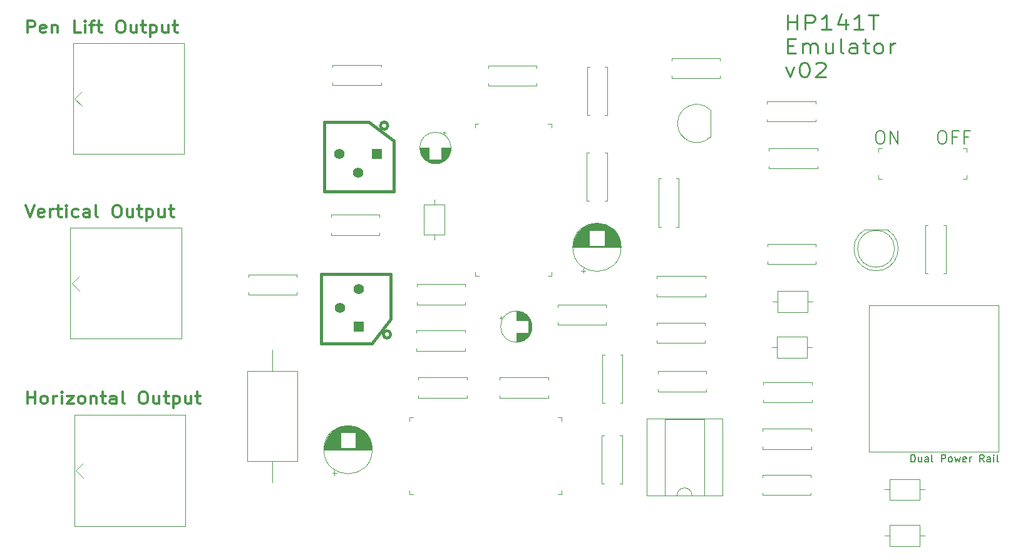
<source format=gto>
%TF.GenerationSoftware,KiCad,Pcbnew,7.0.11-7.0.11~ubuntu22.04.1*%
%TF.CreationDate,2025-04-22T14:20:39+02:00*%
%TF.ProjectId,emulator-pcb,656d756c-6174-46f7-922d-7063622e6b69,v02*%
%TF.SameCoordinates,Original*%
%TF.FileFunction,Legend,Top*%
%TF.FilePolarity,Positive*%
%FSLAX46Y46*%
G04 Gerber Fmt 4.6, Leading zero omitted, Abs format (unit mm)*
G04 Created by KiCad (PCBNEW 7.0.11-7.0.11~ubuntu22.04.1) date 2025-04-22 14:20:39*
%MOMM*%
%LPD*%
G01*
G04 APERTURE LIST*
%ADD10C,0.320000*%
%ADD11C,0.200000*%
%ADD12C,0.250000*%
%ADD13C,0.150000*%
%ADD14C,0.120000*%
%ADD15C,0.381000*%
%ADD16C,0.100000*%
%ADD17R,1.400000X1.400000*%
%ADD18C,1.400000*%
G04 APERTURE END LIST*
D10*
X72789097Y-72687550D02*
X72789097Y-71087550D01*
X72789097Y-71087550D02*
X73474811Y-71087550D01*
X73474811Y-71087550D02*
X73646240Y-71163740D01*
X73646240Y-71163740D02*
X73731954Y-71239931D01*
X73731954Y-71239931D02*
X73817668Y-71392312D01*
X73817668Y-71392312D02*
X73817668Y-71620883D01*
X73817668Y-71620883D02*
X73731954Y-71773264D01*
X73731954Y-71773264D02*
X73646240Y-71849455D01*
X73646240Y-71849455D02*
X73474811Y-71925645D01*
X73474811Y-71925645D02*
X72789097Y-71925645D01*
X75274811Y-72611360D02*
X75103383Y-72687550D01*
X75103383Y-72687550D02*
X74760526Y-72687550D01*
X74760526Y-72687550D02*
X74589097Y-72611360D01*
X74589097Y-72611360D02*
X74503383Y-72458979D01*
X74503383Y-72458979D02*
X74503383Y-71849455D01*
X74503383Y-71849455D02*
X74589097Y-71697074D01*
X74589097Y-71697074D02*
X74760526Y-71620883D01*
X74760526Y-71620883D02*
X75103383Y-71620883D01*
X75103383Y-71620883D02*
X75274811Y-71697074D01*
X75274811Y-71697074D02*
X75360526Y-71849455D01*
X75360526Y-71849455D02*
X75360526Y-72001836D01*
X75360526Y-72001836D02*
X74503383Y-72154217D01*
X76131954Y-71620883D02*
X76131954Y-72687550D01*
X76131954Y-71773264D02*
X76217668Y-71697074D01*
X76217668Y-71697074D02*
X76389097Y-71620883D01*
X76389097Y-71620883D02*
X76646240Y-71620883D01*
X76646240Y-71620883D02*
X76817668Y-71697074D01*
X76817668Y-71697074D02*
X76903383Y-71849455D01*
X76903383Y-71849455D02*
X76903383Y-72687550D01*
X79989097Y-72687550D02*
X79131954Y-72687550D01*
X79131954Y-72687550D02*
X79131954Y-71087550D01*
X80589097Y-72687550D02*
X80589097Y-71620883D01*
X80589097Y-71087550D02*
X80503383Y-71163740D01*
X80503383Y-71163740D02*
X80589097Y-71239931D01*
X80589097Y-71239931D02*
X80674811Y-71163740D01*
X80674811Y-71163740D02*
X80589097Y-71087550D01*
X80589097Y-71087550D02*
X80589097Y-71239931D01*
X81189097Y-71620883D02*
X81874811Y-71620883D01*
X81446240Y-72687550D02*
X81446240Y-71316121D01*
X81446240Y-71316121D02*
X81531954Y-71163740D01*
X81531954Y-71163740D02*
X81703383Y-71087550D01*
X81703383Y-71087550D02*
X81874811Y-71087550D01*
X82217668Y-71620883D02*
X82903382Y-71620883D01*
X82474811Y-71087550D02*
X82474811Y-72458979D01*
X82474811Y-72458979D02*
X82560525Y-72611360D01*
X82560525Y-72611360D02*
X82731954Y-72687550D01*
X82731954Y-72687550D02*
X82903382Y-72687550D01*
X85217668Y-71087550D02*
X85560525Y-71087550D01*
X85560525Y-71087550D02*
X85731954Y-71163740D01*
X85731954Y-71163740D02*
X85903382Y-71316121D01*
X85903382Y-71316121D02*
X85989097Y-71620883D01*
X85989097Y-71620883D02*
X85989097Y-72154217D01*
X85989097Y-72154217D02*
X85903382Y-72458979D01*
X85903382Y-72458979D02*
X85731954Y-72611360D01*
X85731954Y-72611360D02*
X85560525Y-72687550D01*
X85560525Y-72687550D02*
X85217668Y-72687550D01*
X85217668Y-72687550D02*
X85046240Y-72611360D01*
X85046240Y-72611360D02*
X84874811Y-72458979D01*
X84874811Y-72458979D02*
X84789097Y-72154217D01*
X84789097Y-72154217D02*
X84789097Y-71620883D01*
X84789097Y-71620883D02*
X84874811Y-71316121D01*
X84874811Y-71316121D02*
X85046240Y-71163740D01*
X85046240Y-71163740D02*
X85217668Y-71087550D01*
X87531954Y-71620883D02*
X87531954Y-72687550D01*
X86760525Y-71620883D02*
X86760525Y-72458979D01*
X86760525Y-72458979D02*
X86846239Y-72611360D01*
X86846239Y-72611360D02*
X87017668Y-72687550D01*
X87017668Y-72687550D02*
X87274811Y-72687550D01*
X87274811Y-72687550D02*
X87446239Y-72611360D01*
X87446239Y-72611360D02*
X87531954Y-72535169D01*
X88131953Y-71620883D02*
X88817667Y-71620883D01*
X88389096Y-71087550D02*
X88389096Y-72458979D01*
X88389096Y-72458979D02*
X88474810Y-72611360D01*
X88474810Y-72611360D02*
X88646239Y-72687550D01*
X88646239Y-72687550D02*
X88817667Y-72687550D01*
X89417667Y-71620883D02*
X89417667Y-73220883D01*
X89417667Y-71697074D02*
X89589096Y-71620883D01*
X89589096Y-71620883D02*
X89931953Y-71620883D01*
X89931953Y-71620883D02*
X90103381Y-71697074D01*
X90103381Y-71697074D02*
X90189096Y-71773264D01*
X90189096Y-71773264D02*
X90274810Y-71925645D01*
X90274810Y-71925645D02*
X90274810Y-72382788D01*
X90274810Y-72382788D02*
X90189096Y-72535169D01*
X90189096Y-72535169D02*
X90103381Y-72611360D01*
X90103381Y-72611360D02*
X89931953Y-72687550D01*
X89931953Y-72687550D02*
X89589096Y-72687550D01*
X89589096Y-72687550D02*
X89417667Y-72611360D01*
X91817667Y-71620883D02*
X91817667Y-72687550D01*
X91046238Y-71620883D02*
X91046238Y-72458979D01*
X91046238Y-72458979D02*
X91131952Y-72611360D01*
X91131952Y-72611360D02*
X91303381Y-72687550D01*
X91303381Y-72687550D02*
X91560524Y-72687550D01*
X91560524Y-72687550D02*
X91731952Y-72611360D01*
X91731952Y-72611360D02*
X91817667Y-72535169D01*
X92417666Y-71620883D02*
X93103380Y-71620883D01*
X92674809Y-71087550D02*
X92674809Y-72458979D01*
X92674809Y-72458979D02*
X92760523Y-72611360D01*
X92760523Y-72611360D02*
X92931952Y-72687550D01*
X92931952Y-72687550D02*
X93103380Y-72687550D01*
X72789097Y-122887550D02*
X72789097Y-121287550D01*
X72789097Y-122049455D02*
X73817668Y-122049455D01*
X73817668Y-122887550D02*
X73817668Y-121287550D01*
X74931954Y-122887550D02*
X74760525Y-122811360D01*
X74760525Y-122811360D02*
X74674811Y-122735169D01*
X74674811Y-122735169D02*
X74589097Y-122582788D01*
X74589097Y-122582788D02*
X74589097Y-122125645D01*
X74589097Y-122125645D02*
X74674811Y-121973264D01*
X74674811Y-121973264D02*
X74760525Y-121897074D01*
X74760525Y-121897074D02*
X74931954Y-121820883D01*
X74931954Y-121820883D02*
X75189097Y-121820883D01*
X75189097Y-121820883D02*
X75360525Y-121897074D01*
X75360525Y-121897074D02*
X75446240Y-121973264D01*
X75446240Y-121973264D02*
X75531954Y-122125645D01*
X75531954Y-122125645D02*
X75531954Y-122582788D01*
X75531954Y-122582788D02*
X75446240Y-122735169D01*
X75446240Y-122735169D02*
X75360525Y-122811360D01*
X75360525Y-122811360D02*
X75189097Y-122887550D01*
X75189097Y-122887550D02*
X74931954Y-122887550D01*
X76303382Y-122887550D02*
X76303382Y-121820883D01*
X76303382Y-122125645D02*
X76389096Y-121973264D01*
X76389096Y-121973264D02*
X76474811Y-121897074D01*
X76474811Y-121897074D02*
X76646239Y-121820883D01*
X76646239Y-121820883D02*
X76817668Y-121820883D01*
X77417668Y-122887550D02*
X77417668Y-121820883D01*
X77417668Y-121287550D02*
X77331954Y-121363740D01*
X77331954Y-121363740D02*
X77417668Y-121439931D01*
X77417668Y-121439931D02*
X77503382Y-121363740D01*
X77503382Y-121363740D02*
X77417668Y-121287550D01*
X77417668Y-121287550D02*
X77417668Y-121439931D01*
X78103382Y-121820883D02*
X79046240Y-121820883D01*
X79046240Y-121820883D02*
X78103382Y-122887550D01*
X78103382Y-122887550D02*
X79046240Y-122887550D01*
X79989097Y-122887550D02*
X79817668Y-122811360D01*
X79817668Y-122811360D02*
X79731954Y-122735169D01*
X79731954Y-122735169D02*
X79646240Y-122582788D01*
X79646240Y-122582788D02*
X79646240Y-122125645D01*
X79646240Y-122125645D02*
X79731954Y-121973264D01*
X79731954Y-121973264D02*
X79817668Y-121897074D01*
X79817668Y-121897074D02*
X79989097Y-121820883D01*
X79989097Y-121820883D02*
X80246240Y-121820883D01*
X80246240Y-121820883D02*
X80417668Y-121897074D01*
X80417668Y-121897074D02*
X80503383Y-121973264D01*
X80503383Y-121973264D02*
X80589097Y-122125645D01*
X80589097Y-122125645D02*
X80589097Y-122582788D01*
X80589097Y-122582788D02*
X80503383Y-122735169D01*
X80503383Y-122735169D02*
X80417668Y-122811360D01*
X80417668Y-122811360D02*
X80246240Y-122887550D01*
X80246240Y-122887550D02*
X79989097Y-122887550D01*
X81360525Y-121820883D02*
X81360525Y-122887550D01*
X81360525Y-121973264D02*
X81446239Y-121897074D01*
X81446239Y-121897074D02*
X81617668Y-121820883D01*
X81617668Y-121820883D02*
X81874811Y-121820883D01*
X81874811Y-121820883D02*
X82046239Y-121897074D01*
X82046239Y-121897074D02*
X82131954Y-122049455D01*
X82131954Y-122049455D02*
X82131954Y-122887550D01*
X82731953Y-121820883D02*
X83417667Y-121820883D01*
X82989096Y-121287550D02*
X82989096Y-122658979D01*
X82989096Y-122658979D02*
X83074810Y-122811360D01*
X83074810Y-122811360D02*
X83246239Y-122887550D01*
X83246239Y-122887550D02*
X83417667Y-122887550D01*
X84789096Y-122887550D02*
X84789096Y-122049455D01*
X84789096Y-122049455D02*
X84703381Y-121897074D01*
X84703381Y-121897074D02*
X84531953Y-121820883D01*
X84531953Y-121820883D02*
X84189096Y-121820883D01*
X84189096Y-121820883D02*
X84017667Y-121897074D01*
X84789096Y-122811360D02*
X84617667Y-122887550D01*
X84617667Y-122887550D02*
X84189096Y-122887550D01*
X84189096Y-122887550D02*
X84017667Y-122811360D01*
X84017667Y-122811360D02*
X83931953Y-122658979D01*
X83931953Y-122658979D02*
X83931953Y-122506598D01*
X83931953Y-122506598D02*
X84017667Y-122354217D01*
X84017667Y-122354217D02*
X84189096Y-122278026D01*
X84189096Y-122278026D02*
X84617667Y-122278026D01*
X84617667Y-122278026D02*
X84789096Y-122201836D01*
X85903381Y-122887550D02*
X85731952Y-122811360D01*
X85731952Y-122811360D02*
X85646238Y-122658979D01*
X85646238Y-122658979D02*
X85646238Y-121287550D01*
X88303381Y-121287550D02*
X88646238Y-121287550D01*
X88646238Y-121287550D02*
X88817667Y-121363740D01*
X88817667Y-121363740D02*
X88989095Y-121516121D01*
X88989095Y-121516121D02*
X89074810Y-121820883D01*
X89074810Y-121820883D02*
X89074810Y-122354217D01*
X89074810Y-122354217D02*
X88989095Y-122658979D01*
X88989095Y-122658979D02*
X88817667Y-122811360D01*
X88817667Y-122811360D02*
X88646238Y-122887550D01*
X88646238Y-122887550D02*
X88303381Y-122887550D01*
X88303381Y-122887550D02*
X88131953Y-122811360D01*
X88131953Y-122811360D02*
X87960524Y-122658979D01*
X87960524Y-122658979D02*
X87874810Y-122354217D01*
X87874810Y-122354217D02*
X87874810Y-121820883D01*
X87874810Y-121820883D02*
X87960524Y-121516121D01*
X87960524Y-121516121D02*
X88131953Y-121363740D01*
X88131953Y-121363740D02*
X88303381Y-121287550D01*
X90617667Y-121820883D02*
X90617667Y-122887550D01*
X89846238Y-121820883D02*
X89846238Y-122658979D01*
X89846238Y-122658979D02*
X89931952Y-122811360D01*
X89931952Y-122811360D02*
X90103381Y-122887550D01*
X90103381Y-122887550D02*
X90360524Y-122887550D01*
X90360524Y-122887550D02*
X90531952Y-122811360D01*
X90531952Y-122811360D02*
X90617667Y-122735169D01*
X91217666Y-121820883D02*
X91903380Y-121820883D01*
X91474809Y-121287550D02*
X91474809Y-122658979D01*
X91474809Y-122658979D02*
X91560523Y-122811360D01*
X91560523Y-122811360D02*
X91731952Y-122887550D01*
X91731952Y-122887550D02*
X91903380Y-122887550D01*
X92503380Y-121820883D02*
X92503380Y-123420883D01*
X92503380Y-121897074D02*
X92674809Y-121820883D01*
X92674809Y-121820883D02*
X93017666Y-121820883D01*
X93017666Y-121820883D02*
X93189094Y-121897074D01*
X93189094Y-121897074D02*
X93274809Y-121973264D01*
X93274809Y-121973264D02*
X93360523Y-122125645D01*
X93360523Y-122125645D02*
X93360523Y-122582788D01*
X93360523Y-122582788D02*
X93274809Y-122735169D01*
X93274809Y-122735169D02*
X93189094Y-122811360D01*
X93189094Y-122811360D02*
X93017666Y-122887550D01*
X93017666Y-122887550D02*
X92674809Y-122887550D01*
X92674809Y-122887550D02*
X92503380Y-122811360D01*
X94903380Y-121820883D02*
X94903380Y-122887550D01*
X94131951Y-121820883D02*
X94131951Y-122658979D01*
X94131951Y-122658979D02*
X94217665Y-122811360D01*
X94217665Y-122811360D02*
X94389094Y-122887550D01*
X94389094Y-122887550D02*
X94646237Y-122887550D01*
X94646237Y-122887550D02*
X94817665Y-122811360D01*
X94817665Y-122811360D02*
X94903380Y-122735169D01*
X95503379Y-121820883D02*
X96189093Y-121820883D01*
X95760522Y-121287550D02*
X95760522Y-122658979D01*
X95760522Y-122658979D02*
X95846236Y-122811360D01*
X95846236Y-122811360D02*
X96017665Y-122887550D01*
X96017665Y-122887550D02*
X96189093Y-122887550D01*
D11*
X187953006Y-85919314D02*
X188295863Y-85919314D01*
X188295863Y-85919314D02*
X188467292Y-86005028D01*
X188467292Y-86005028D02*
X188638720Y-86176457D01*
X188638720Y-86176457D02*
X188724435Y-86519314D01*
X188724435Y-86519314D02*
X188724435Y-87119314D01*
X188724435Y-87119314D02*
X188638720Y-87462171D01*
X188638720Y-87462171D02*
X188467292Y-87633600D01*
X188467292Y-87633600D02*
X188295863Y-87719314D01*
X188295863Y-87719314D02*
X187953006Y-87719314D01*
X187953006Y-87719314D02*
X187781578Y-87633600D01*
X187781578Y-87633600D02*
X187610149Y-87462171D01*
X187610149Y-87462171D02*
X187524435Y-87119314D01*
X187524435Y-87119314D02*
X187524435Y-86519314D01*
X187524435Y-86519314D02*
X187610149Y-86176457D01*
X187610149Y-86176457D02*
X187781578Y-86005028D01*
X187781578Y-86005028D02*
X187953006Y-85919314D01*
X189495863Y-87719314D02*
X189495863Y-85919314D01*
X189495863Y-85919314D02*
X190524434Y-87719314D01*
X190524434Y-87719314D02*
X190524434Y-85919314D01*
X196353006Y-85969314D02*
X196695863Y-85969314D01*
X196695863Y-85969314D02*
X196867292Y-86055028D01*
X196867292Y-86055028D02*
X197038720Y-86226457D01*
X197038720Y-86226457D02*
X197124435Y-86569314D01*
X197124435Y-86569314D02*
X197124435Y-87169314D01*
X197124435Y-87169314D02*
X197038720Y-87512171D01*
X197038720Y-87512171D02*
X196867292Y-87683600D01*
X196867292Y-87683600D02*
X196695863Y-87769314D01*
X196695863Y-87769314D02*
X196353006Y-87769314D01*
X196353006Y-87769314D02*
X196181578Y-87683600D01*
X196181578Y-87683600D02*
X196010149Y-87512171D01*
X196010149Y-87512171D02*
X195924435Y-87169314D01*
X195924435Y-87169314D02*
X195924435Y-86569314D01*
X195924435Y-86569314D02*
X196010149Y-86226457D01*
X196010149Y-86226457D02*
X196181578Y-86055028D01*
X196181578Y-86055028D02*
X196353006Y-85969314D01*
X198495863Y-86826457D02*
X197895863Y-86826457D01*
X197895863Y-87769314D02*
X197895863Y-85969314D01*
X197895863Y-85969314D02*
X198753006Y-85969314D01*
X200038720Y-86826457D02*
X199438720Y-86826457D01*
X199438720Y-87769314D02*
X199438720Y-85969314D01*
X199438720Y-85969314D02*
X200295863Y-85969314D01*
D10*
X72531954Y-96037550D02*
X73131954Y-97637550D01*
X73131954Y-97637550D02*
X73731954Y-96037550D01*
X75017668Y-97561360D02*
X74846240Y-97637550D01*
X74846240Y-97637550D02*
X74503383Y-97637550D01*
X74503383Y-97637550D02*
X74331954Y-97561360D01*
X74331954Y-97561360D02*
X74246240Y-97408979D01*
X74246240Y-97408979D02*
X74246240Y-96799455D01*
X74246240Y-96799455D02*
X74331954Y-96647074D01*
X74331954Y-96647074D02*
X74503383Y-96570883D01*
X74503383Y-96570883D02*
X74846240Y-96570883D01*
X74846240Y-96570883D02*
X75017668Y-96647074D01*
X75017668Y-96647074D02*
X75103383Y-96799455D01*
X75103383Y-96799455D02*
X75103383Y-96951836D01*
X75103383Y-96951836D02*
X74246240Y-97104217D01*
X75874811Y-97637550D02*
X75874811Y-96570883D01*
X75874811Y-96875645D02*
X75960525Y-96723264D01*
X75960525Y-96723264D02*
X76046240Y-96647074D01*
X76046240Y-96647074D02*
X76217668Y-96570883D01*
X76217668Y-96570883D02*
X76389097Y-96570883D01*
X76731954Y-96570883D02*
X77417668Y-96570883D01*
X76989097Y-96037550D02*
X76989097Y-97408979D01*
X76989097Y-97408979D02*
X77074811Y-97561360D01*
X77074811Y-97561360D02*
X77246240Y-97637550D01*
X77246240Y-97637550D02*
X77417668Y-97637550D01*
X78017668Y-97637550D02*
X78017668Y-96570883D01*
X78017668Y-96037550D02*
X77931954Y-96113740D01*
X77931954Y-96113740D02*
X78017668Y-96189931D01*
X78017668Y-96189931D02*
X78103382Y-96113740D01*
X78103382Y-96113740D02*
X78017668Y-96037550D01*
X78017668Y-96037550D02*
X78017668Y-96189931D01*
X79646240Y-97561360D02*
X79474811Y-97637550D01*
X79474811Y-97637550D02*
X79131954Y-97637550D01*
X79131954Y-97637550D02*
X78960525Y-97561360D01*
X78960525Y-97561360D02*
X78874811Y-97485169D01*
X78874811Y-97485169D02*
X78789097Y-97332788D01*
X78789097Y-97332788D02*
X78789097Y-96875645D01*
X78789097Y-96875645D02*
X78874811Y-96723264D01*
X78874811Y-96723264D02*
X78960525Y-96647074D01*
X78960525Y-96647074D02*
X79131954Y-96570883D01*
X79131954Y-96570883D02*
X79474811Y-96570883D01*
X79474811Y-96570883D02*
X79646240Y-96647074D01*
X81189097Y-97637550D02*
X81189097Y-96799455D01*
X81189097Y-96799455D02*
X81103382Y-96647074D01*
X81103382Y-96647074D02*
X80931954Y-96570883D01*
X80931954Y-96570883D02*
X80589097Y-96570883D01*
X80589097Y-96570883D02*
X80417668Y-96647074D01*
X81189097Y-97561360D02*
X81017668Y-97637550D01*
X81017668Y-97637550D02*
X80589097Y-97637550D01*
X80589097Y-97637550D02*
X80417668Y-97561360D01*
X80417668Y-97561360D02*
X80331954Y-97408979D01*
X80331954Y-97408979D02*
X80331954Y-97256598D01*
X80331954Y-97256598D02*
X80417668Y-97104217D01*
X80417668Y-97104217D02*
X80589097Y-97028026D01*
X80589097Y-97028026D02*
X81017668Y-97028026D01*
X81017668Y-97028026D02*
X81189097Y-96951836D01*
X82303382Y-97637550D02*
X82131953Y-97561360D01*
X82131953Y-97561360D02*
X82046239Y-97408979D01*
X82046239Y-97408979D02*
X82046239Y-96037550D01*
X84703382Y-96037550D02*
X85046239Y-96037550D01*
X85046239Y-96037550D02*
X85217668Y-96113740D01*
X85217668Y-96113740D02*
X85389096Y-96266121D01*
X85389096Y-96266121D02*
X85474811Y-96570883D01*
X85474811Y-96570883D02*
X85474811Y-97104217D01*
X85474811Y-97104217D02*
X85389096Y-97408979D01*
X85389096Y-97408979D02*
X85217668Y-97561360D01*
X85217668Y-97561360D02*
X85046239Y-97637550D01*
X85046239Y-97637550D02*
X84703382Y-97637550D01*
X84703382Y-97637550D02*
X84531954Y-97561360D01*
X84531954Y-97561360D02*
X84360525Y-97408979D01*
X84360525Y-97408979D02*
X84274811Y-97104217D01*
X84274811Y-97104217D02*
X84274811Y-96570883D01*
X84274811Y-96570883D02*
X84360525Y-96266121D01*
X84360525Y-96266121D02*
X84531954Y-96113740D01*
X84531954Y-96113740D02*
X84703382Y-96037550D01*
X87017668Y-96570883D02*
X87017668Y-97637550D01*
X86246239Y-96570883D02*
X86246239Y-97408979D01*
X86246239Y-97408979D02*
X86331953Y-97561360D01*
X86331953Y-97561360D02*
X86503382Y-97637550D01*
X86503382Y-97637550D02*
X86760525Y-97637550D01*
X86760525Y-97637550D02*
X86931953Y-97561360D01*
X86931953Y-97561360D02*
X87017668Y-97485169D01*
X87617667Y-96570883D02*
X88303381Y-96570883D01*
X87874810Y-96037550D02*
X87874810Y-97408979D01*
X87874810Y-97408979D02*
X87960524Y-97561360D01*
X87960524Y-97561360D02*
X88131953Y-97637550D01*
X88131953Y-97637550D02*
X88303381Y-97637550D01*
X88903381Y-96570883D02*
X88903381Y-98170883D01*
X88903381Y-96647074D02*
X89074810Y-96570883D01*
X89074810Y-96570883D02*
X89417667Y-96570883D01*
X89417667Y-96570883D02*
X89589095Y-96647074D01*
X89589095Y-96647074D02*
X89674810Y-96723264D01*
X89674810Y-96723264D02*
X89760524Y-96875645D01*
X89760524Y-96875645D02*
X89760524Y-97332788D01*
X89760524Y-97332788D02*
X89674810Y-97485169D01*
X89674810Y-97485169D02*
X89589095Y-97561360D01*
X89589095Y-97561360D02*
X89417667Y-97637550D01*
X89417667Y-97637550D02*
X89074810Y-97637550D01*
X89074810Y-97637550D02*
X88903381Y-97561360D01*
X91303381Y-96570883D02*
X91303381Y-97637550D01*
X90531952Y-96570883D02*
X90531952Y-97408979D01*
X90531952Y-97408979D02*
X90617666Y-97561360D01*
X90617666Y-97561360D02*
X90789095Y-97637550D01*
X90789095Y-97637550D02*
X91046238Y-97637550D01*
X91046238Y-97637550D02*
X91217666Y-97561360D01*
X91217666Y-97561360D02*
X91303381Y-97485169D01*
X91903380Y-96570883D02*
X92589094Y-96570883D01*
X92160523Y-96037550D02*
X92160523Y-97408979D01*
X92160523Y-97408979D02*
X92246237Y-97561360D01*
X92246237Y-97561360D02*
X92417666Y-97637550D01*
X92417666Y-97637550D02*
X92589094Y-97637550D01*
D12*
X175562092Y-72252238D02*
X175562092Y-70252238D01*
X175562092Y-71204619D02*
X176876377Y-71204619D01*
X176876377Y-72252238D02*
X176876377Y-70252238D01*
X177971616Y-72252238D02*
X177971616Y-70252238D01*
X177971616Y-70252238D02*
X178847806Y-70252238D01*
X178847806Y-70252238D02*
X179066854Y-70347476D01*
X179066854Y-70347476D02*
X179176377Y-70442714D01*
X179176377Y-70442714D02*
X179285901Y-70633190D01*
X179285901Y-70633190D02*
X179285901Y-70918904D01*
X179285901Y-70918904D02*
X179176377Y-71109380D01*
X179176377Y-71109380D02*
X179066854Y-71204619D01*
X179066854Y-71204619D02*
X178847806Y-71299857D01*
X178847806Y-71299857D02*
X177971616Y-71299857D01*
X181476377Y-72252238D02*
X180162092Y-72252238D01*
X180819235Y-72252238D02*
X180819235Y-70252238D01*
X180819235Y-70252238D02*
X180600187Y-70537952D01*
X180600187Y-70537952D02*
X180381139Y-70728428D01*
X180381139Y-70728428D02*
X180162092Y-70823666D01*
X183447806Y-70918904D02*
X183447806Y-72252238D01*
X182900187Y-70157000D02*
X182352568Y-71585571D01*
X182352568Y-71585571D02*
X183776377Y-71585571D01*
X185857329Y-72252238D02*
X184543044Y-72252238D01*
X185200187Y-72252238D02*
X185200187Y-70252238D01*
X185200187Y-70252238D02*
X184981139Y-70537952D01*
X184981139Y-70537952D02*
X184762091Y-70728428D01*
X184762091Y-70728428D02*
X184543044Y-70823666D01*
X186514472Y-70252238D02*
X187828758Y-70252238D01*
X187171615Y-72252238D02*
X187171615Y-70252238D01*
X175562092Y-74424619D02*
X176328758Y-74424619D01*
X176657330Y-75472238D02*
X175562092Y-75472238D01*
X175562092Y-75472238D02*
X175562092Y-73472238D01*
X175562092Y-73472238D02*
X176657330Y-73472238D01*
X177643044Y-75472238D02*
X177643044Y-74138904D01*
X177643044Y-74329380D02*
X177752567Y-74234142D01*
X177752567Y-74234142D02*
X177971615Y-74138904D01*
X177971615Y-74138904D02*
X178300186Y-74138904D01*
X178300186Y-74138904D02*
X178519234Y-74234142D01*
X178519234Y-74234142D02*
X178628758Y-74424619D01*
X178628758Y-74424619D02*
X178628758Y-75472238D01*
X178628758Y-74424619D02*
X178738282Y-74234142D01*
X178738282Y-74234142D02*
X178957329Y-74138904D01*
X178957329Y-74138904D02*
X179285901Y-74138904D01*
X179285901Y-74138904D02*
X179504948Y-74234142D01*
X179504948Y-74234142D02*
X179614472Y-74424619D01*
X179614472Y-74424619D02*
X179614472Y-75472238D01*
X181695425Y-74138904D02*
X181695425Y-75472238D01*
X180709711Y-74138904D02*
X180709711Y-75186523D01*
X180709711Y-75186523D02*
X180819234Y-75377000D01*
X180819234Y-75377000D02*
X181038282Y-75472238D01*
X181038282Y-75472238D02*
X181366853Y-75472238D01*
X181366853Y-75472238D02*
X181585901Y-75377000D01*
X181585901Y-75377000D02*
X181695425Y-75281761D01*
X183119234Y-75472238D02*
X182900186Y-75377000D01*
X182900186Y-75377000D02*
X182790663Y-75186523D01*
X182790663Y-75186523D02*
X182790663Y-73472238D01*
X184981139Y-75472238D02*
X184981139Y-74424619D01*
X184981139Y-74424619D02*
X184871615Y-74234142D01*
X184871615Y-74234142D02*
X184652567Y-74138904D01*
X184652567Y-74138904D02*
X184214472Y-74138904D01*
X184214472Y-74138904D02*
X183995425Y-74234142D01*
X184981139Y-75377000D02*
X184762091Y-75472238D01*
X184762091Y-75472238D02*
X184214472Y-75472238D01*
X184214472Y-75472238D02*
X183995425Y-75377000D01*
X183995425Y-75377000D02*
X183885901Y-75186523D01*
X183885901Y-75186523D02*
X183885901Y-74996047D01*
X183885901Y-74996047D02*
X183995425Y-74805571D01*
X183995425Y-74805571D02*
X184214472Y-74710333D01*
X184214472Y-74710333D02*
X184762091Y-74710333D01*
X184762091Y-74710333D02*
X184981139Y-74615095D01*
X185747805Y-74138904D02*
X186623996Y-74138904D01*
X186076377Y-73472238D02*
X186076377Y-75186523D01*
X186076377Y-75186523D02*
X186185900Y-75377000D01*
X186185900Y-75377000D02*
X186404948Y-75472238D01*
X186404948Y-75472238D02*
X186623996Y-75472238D01*
X187719234Y-75472238D02*
X187500186Y-75377000D01*
X187500186Y-75377000D02*
X187390663Y-75281761D01*
X187390663Y-75281761D02*
X187281139Y-75091285D01*
X187281139Y-75091285D02*
X187281139Y-74519857D01*
X187281139Y-74519857D02*
X187390663Y-74329380D01*
X187390663Y-74329380D02*
X187500186Y-74234142D01*
X187500186Y-74234142D02*
X187719234Y-74138904D01*
X187719234Y-74138904D02*
X188047805Y-74138904D01*
X188047805Y-74138904D02*
X188266853Y-74234142D01*
X188266853Y-74234142D02*
X188376377Y-74329380D01*
X188376377Y-74329380D02*
X188485901Y-74519857D01*
X188485901Y-74519857D02*
X188485901Y-75091285D01*
X188485901Y-75091285D02*
X188376377Y-75281761D01*
X188376377Y-75281761D02*
X188266853Y-75377000D01*
X188266853Y-75377000D02*
X188047805Y-75472238D01*
X188047805Y-75472238D02*
X187719234Y-75472238D01*
X189471615Y-75472238D02*
X189471615Y-74138904D01*
X189471615Y-74519857D02*
X189581138Y-74329380D01*
X189581138Y-74329380D02*
X189690662Y-74234142D01*
X189690662Y-74234142D02*
X189909710Y-74138904D01*
X189909710Y-74138904D02*
X190128757Y-74138904D01*
X175343044Y-77358904D02*
X175890663Y-78692238D01*
X175890663Y-78692238D02*
X176438282Y-77358904D01*
X177752568Y-76692238D02*
X177971615Y-76692238D01*
X177971615Y-76692238D02*
X178190663Y-76787476D01*
X178190663Y-76787476D02*
X178300187Y-76882714D01*
X178300187Y-76882714D02*
X178409711Y-77073190D01*
X178409711Y-77073190D02*
X178519234Y-77454142D01*
X178519234Y-77454142D02*
X178519234Y-77930333D01*
X178519234Y-77930333D02*
X178409711Y-78311285D01*
X178409711Y-78311285D02*
X178300187Y-78501761D01*
X178300187Y-78501761D02*
X178190663Y-78597000D01*
X178190663Y-78597000D02*
X177971615Y-78692238D01*
X177971615Y-78692238D02*
X177752568Y-78692238D01*
X177752568Y-78692238D02*
X177533520Y-78597000D01*
X177533520Y-78597000D02*
X177423996Y-78501761D01*
X177423996Y-78501761D02*
X177314473Y-78311285D01*
X177314473Y-78311285D02*
X177204949Y-77930333D01*
X177204949Y-77930333D02*
X177204949Y-77454142D01*
X177204949Y-77454142D02*
X177314473Y-77073190D01*
X177314473Y-77073190D02*
X177423996Y-76882714D01*
X177423996Y-76882714D02*
X177533520Y-76787476D01*
X177533520Y-76787476D02*
X177752568Y-76692238D01*
X179395425Y-76882714D02*
X179504949Y-76787476D01*
X179504949Y-76787476D02*
X179723996Y-76692238D01*
X179723996Y-76692238D02*
X180271615Y-76692238D01*
X180271615Y-76692238D02*
X180490663Y-76787476D01*
X180490663Y-76787476D02*
X180600187Y-76882714D01*
X180600187Y-76882714D02*
X180709710Y-77073190D01*
X180709710Y-77073190D02*
X180709710Y-77263666D01*
X180709710Y-77263666D02*
X180600187Y-77549380D01*
X180600187Y-77549380D02*
X179285901Y-78692238D01*
X179285901Y-78692238D02*
X180709710Y-78692238D01*
D13*
X192286779Y-130769819D02*
X192286779Y-129769819D01*
X192286779Y-129769819D02*
X192524874Y-129769819D01*
X192524874Y-129769819D02*
X192667731Y-129817438D01*
X192667731Y-129817438D02*
X192762969Y-129912676D01*
X192762969Y-129912676D02*
X192810588Y-130007914D01*
X192810588Y-130007914D02*
X192858207Y-130198390D01*
X192858207Y-130198390D02*
X192858207Y-130341247D01*
X192858207Y-130341247D02*
X192810588Y-130531723D01*
X192810588Y-130531723D02*
X192762969Y-130626961D01*
X192762969Y-130626961D02*
X192667731Y-130722200D01*
X192667731Y-130722200D02*
X192524874Y-130769819D01*
X192524874Y-130769819D02*
X192286779Y-130769819D01*
X193715350Y-130103152D02*
X193715350Y-130769819D01*
X193286779Y-130103152D02*
X193286779Y-130626961D01*
X193286779Y-130626961D02*
X193334398Y-130722200D01*
X193334398Y-130722200D02*
X193429636Y-130769819D01*
X193429636Y-130769819D02*
X193572493Y-130769819D01*
X193572493Y-130769819D02*
X193667731Y-130722200D01*
X193667731Y-130722200D02*
X193715350Y-130674580D01*
X194620112Y-130769819D02*
X194620112Y-130246009D01*
X194620112Y-130246009D02*
X194572493Y-130150771D01*
X194572493Y-130150771D02*
X194477255Y-130103152D01*
X194477255Y-130103152D02*
X194286779Y-130103152D01*
X194286779Y-130103152D02*
X194191541Y-130150771D01*
X194620112Y-130722200D02*
X194524874Y-130769819D01*
X194524874Y-130769819D02*
X194286779Y-130769819D01*
X194286779Y-130769819D02*
X194191541Y-130722200D01*
X194191541Y-130722200D02*
X194143922Y-130626961D01*
X194143922Y-130626961D02*
X194143922Y-130531723D01*
X194143922Y-130531723D02*
X194191541Y-130436485D01*
X194191541Y-130436485D02*
X194286779Y-130388866D01*
X194286779Y-130388866D02*
X194524874Y-130388866D01*
X194524874Y-130388866D02*
X194620112Y-130341247D01*
X195239160Y-130769819D02*
X195143922Y-130722200D01*
X195143922Y-130722200D02*
X195096303Y-130626961D01*
X195096303Y-130626961D02*
X195096303Y-129769819D01*
X196382018Y-130769819D02*
X196382018Y-129769819D01*
X196382018Y-129769819D02*
X196762970Y-129769819D01*
X196762970Y-129769819D02*
X196858208Y-129817438D01*
X196858208Y-129817438D02*
X196905827Y-129865057D01*
X196905827Y-129865057D02*
X196953446Y-129960295D01*
X196953446Y-129960295D02*
X196953446Y-130103152D01*
X196953446Y-130103152D02*
X196905827Y-130198390D01*
X196905827Y-130198390D02*
X196858208Y-130246009D01*
X196858208Y-130246009D02*
X196762970Y-130293628D01*
X196762970Y-130293628D02*
X196382018Y-130293628D01*
X197524875Y-130769819D02*
X197429637Y-130722200D01*
X197429637Y-130722200D02*
X197382018Y-130674580D01*
X197382018Y-130674580D02*
X197334399Y-130579342D01*
X197334399Y-130579342D02*
X197334399Y-130293628D01*
X197334399Y-130293628D02*
X197382018Y-130198390D01*
X197382018Y-130198390D02*
X197429637Y-130150771D01*
X197429637Y-130150771D02*
X197524875Y-130103152D01*
X197524875Y-130103152D02*
X197667732Y-130103152D01*
X197667732Y-130103152D02*
X197762970Y-130150771D01*
X197762970Y-130150771D02*
X197810589Y-130198390D01*
X197810589Y-130198390D02*
X197858208Y-130293628D01*
X197858208Y-130293628D02*
X197858208Y-130579342D01*
X197858208Y-130579342D02*
X197810589Y-130674580D01*
X197810589Y-130674580D02*
X197762970Y-130722200D01*
X197762970Y-130722200D02*
X197667732Y-130769819D01*
X197667732Y-130769819D02*
X197524875Y-130769819D01*
X198191542Y-130103152D02*
X198382018Y-130769819D01*
X198382018Y-130769819D02*
X198572494Y-130293628D01*
X198572494Y-130293628D02*
X198762970Y-130769819D01*
X198762970Y-130769819D02*
X198953446Y-130103152D01*
X199715351Y-130722200D02*
X199620113Y-130769819D01*
X199620113Y-130769819D02*
X199429637Y-130769819D01*
X199429637Y-130769819D02*
X199334399Y-130722200D01*
X199334399Y-130722200D02*
X199286780Y-130626961D01*
X199286780Y-130626961D02*
X199286780Y-130246009D01*
X199286780Y-130246009D02*
X199334399Y-130150771D01*
X199334399Y-130150771D02*
X199429637Y-130103152D01*
X199429637Y-130103152D02*
X199620113Y-130103152D01*
X199620113Y-130103152D02*
X199715351Y-130150771D01*
X199715351Y-130150771D02*
X199762970Y-130246009D01*
X199762970Y-130246009D02*
X199762970Y-130341247D01*
X199762970Y-130341247D02*
X199286780Y-130436485D01*
X200191542Y-130769819D02*
X200191542Y-130103152D01*
X200191542Y-130293628D02*
X200239161Y-130198390D01*
X200239161Y-130198390D02*
X200286780Y-130150771D01*
X200286780Y-130150771D02*
X200382018Y-130103152D01*
X200382018Y-130103152D02*
X200477256Y-130103152D01*
X202143923Y-130769819D02*
X201810590Y-130293628D01*
X201572495Y-130769819D02*
X201572495Y-129769819D01*
X201572495Y-129769819D02*
X201953447Y-129769819D01*
X201953447Y-129769819D02*
X202048685Y-129817438D01*
X202048685Y-129817438D02*
X202096304Y-129865057D01*
X202096304Y-129865057D02*
X202143923Y-129960295D01*
X202143923Y-129960295D02*
X202143923Y-130103152D01*
X202143923Y-130103152D02*
X202096304Y-130198390D01*
X202096304Y-130198390D02*
X202048685Y-130246009D01*
X202048685Y-130246009D02*
X201953447Y-130293628D01*
X201953447Y-130293628D02*
X201572495Y-130293628D01*
X203001066Y-130769819D02*
X203001066Y-130246009D01*
X203001066Y-130246009D02*
X202953447Y-130150771D01*
X202953447Y-130150771D02*
X202858209Y-130103152D01*
X202858209Y-130103152D02*
X202667733Y-130103152D01*
X202667733Y-130103152D02*
X202572495Y-130150771D01*
X203001066Y-130722200D02*
X202905828Y-130769819D01*
X202905828Y-130769819D02*
X202667733Y-130769819D01*
X202667733Y-130769819D02*
X202572495Y-130722200D01*
X202572495Y-130722200D02*
X202524876Y-130626961D01*
X202524876Y-130626961D02*
X202524876Y-130531723D01*
X202524876Y-130531723D02*
X202572495Y-130436485D01*
X202572495Y-130436485D02*
X202667733Y-130388866D01*
X202667733Y-130388866D02*
X202905828Y-130388866D01*
X202905828Y-130388866D02*
X203001066Y-130341247D01*
X203477257Y-130769819D02*
X203477257Y-130103152D01*
X203477257Y-129769819D02*
X203429638Y-129817438D01*
X203429638Y-129817438D02*
X203477257Y-129865057D01*
X203477257Y-129865057D02*
X203524876Y-129817438D01*
X203524876Y-129817438D02*
X203477257Y-129769819D01*
X203477257Y-129769819D02*
X203477257Y-129865057D01*
X204096304Y-130769819D02*
X204001066Y-130722200D01*
X204001066Y-130722200D02*
X203953447Y-130626961D01*
X203953447Y-130626961D02*
X203953447Y-129769819D01*
D14*
%TO.C,R22*%
X178710000Y-135270000D02*
X172170000Y-135270000D01*
X178710000Y-134940000D02*
X178710000Y-135270000D01*
X178710000Y-132860000D02*
X178710000Y-132530000D01*
X178710000Y-132530000D02*
X172170000Y-132530000D01*
X172170000Y-135270000D02*
X172170000Y-134940000D01*
X172170000Y-132530000D02*
X172170000Y-132860000D01*
D15*
%TO.C,RV1*%
X112520000Y-114776000D02*
X112520000Y-105378000D01*
X119378000Y-114776000D02*
X112520000Y-114776000D01*
X119378000Y-114776000D02*
X121918000Y-111434000D01*
X121918000Y-111434000D02*
X121918000Y-105378000D01*
X112520000Y-105378000D02*
X121918000Y-105378000D01*
X121910000Y-113506000D02*
G75*
G03*
X120910000Y-113506000I-500000J0D01*
G01*
X120910000Y-113506000D02*
G75*
G03*
X121910000Y-113506000I500000J0D01*
G01*
D16*
%TO.C,U3*%
X133300000Y-85020000D02*
X133300000Y-85520000D01*
X133300000Y-85020000D02*
X133800000Y-85020000D01*
X133320000Y-105570000D02*
X133320000Y-105070000D01*
X133320000Y-105570000D02*
X133820000Y-105570000D01*
X143680000Y-105570000D02*
X143180000Y-105570000D01*
X143680000Y-105570000D02*
X143680000Y-105070000D01*
X143700000Y-85020000D02*
X143200000Y-85020000D01*
X143700000Y-85020000D02*
X143700000Y-85520000D01*
D14*
%TO.C,R20*%
X148480000Y-83870000D02*
X148480000Y-77330000D01*
X148810000Y-83870000D02*
X148480000Y-83870000D01*
X150890000Y-83870000D02*
X151220000Y-83870000D01*
X151220000Y-83870000D02*
X151220000Y-77330000D01*
X148480000Y-77330000D02*
X148810000Y-77330000D01*
X151220000Y-77330000D02*
X150890000Y-77330000D01*
D16*
%TO.C,S1*%
X187900000Y-88300000D02*
X187900000Y-88800000D01*
X187900000Y-88300000D02*
X188400000Y-88300000D01*
X187900000Y-92500000D02*
X187900000Y-92000000D01*
X187900000Y-92500000D02*
X188400000Y-92500000D01*
X199800000Y-88300000D02*
X199300000Y-88300000D01*
X199800000Y-88300000D02*
X199800000Y-88800000D01*
X199800000Y-92500000D02*
X199300000Y-92500000D01*
X199800000Y-92500000D02*
X199800000Y-92000000D01*
D14*
%TO.C,J3*%
X78950000Y-89100000D02*
X78950000Y-74100000D01*
X93950000Y-89100000D02*
X78950000Y-89100000D01*
X79150000Y-81600000D02*
X80150000Y-82600000D01*
X79150000Y-81600000D02*
X80150000Y-80600000D01*
X78950000Y-74100000D02*
X93950000Y-74100000D01*
X93950000Y-74100000D02*
X93950000Y-89100000D01*
%TO.C,C7*%
X178910000Y-115250000D02*
X178220000Y-115250000D01*
X178220000Y-116670000D02*
X178220000Y-113830000D01*
X178220000Y-113830000D02*
X174180000Y-113830000D01*
X174180000Y-116670000D02*
X178220000Y-116670000D01*
X174180000Y-113830000D02*
X174180000Y-116670000D01*
X173490000Y-115250000D02*
X174180000Y-115250000D01*
%TO.C,C10*%
X194110000Y-140750000D02*
X193420000Y-140750000D01*
X193420000Y-142170000D02*
X193420000Y-139330000D01*
X193420000Y-139330000D02*
X189380000Y-139330000D01*
X189380000Y-142170000D02*
X193420000Y-142170000D01*
X189380000Y-139330000D02*
X189380000Y-142170000D01*
X188690000Y-140750000D02*
X189380000Y-140750000D01*
%TO.C,R21*%
X158020000Y-118480000D02*
X164560000Y-118480000D01*
X158020000Y-118810000D02*
X158020000Y-118480000D01*
X158020000Y-120890000D02*
X158020000Y-121220000D01*
X158020000Y-121220000D02*
X164560000Y-121220000D01*
X164560000Y-118480000D02*
X164560000Y-118810000D01*
X164560000Y-121220000D02*
X164560000Y-120890000D01*
%TO.C,R7*%
X153270000Y-116230000D02*
X153270000Y-122770000D01*
X152940000Y-116230000D02*
X153270000Y-116230000D01*
X150860000Y-116230000D02*
X150530000Y-116230000D01*
X150530000Y-116230000D02*
X150530000Y-122770000D01*
X153270000Y-122770000D02*
X152940000Y-122770000D01*
X150530000Y-122770000D02*
X150860000Y-122770000D01*
%TO.C,R1*%
X178860000Y-122720000D02*
X172320000Y-122720000D01*
X178860000Y-122390000D02*
X178860000Y-122720000D01*
X178860000Y-120310000D02*
X178860000Y-119980000D01*
X178860000Y-119980000D02*
X172320000Y-119980000D01*
X172320000Y-122720000D02*
X172320000Y-122390000D01*
X172320000Y-119980000D02*
X172320000Y-120310000D01*
%TO.C,C5*%
X127800000Y-95290000D02*
X127800000Y-95980000D01*
X129220000Y-95980000D02*
X126380000Y-95980000D01*
X126380000Y-95980000D02*
X126380000Y-100020000D01*
X129220000Y-100020000D02*
X129220000Y-95980000D01*
X126380000Y-100020000D02*
X129220000Y-100020000D01*
X127800000Y-100710000D02*
X127800000Y-100020000D01*
%TO.C,R10*%
X172880000Y-101280000D02*
X179420000Y-101280000D01*
X172880000Y-101610000D02*
X172880000Y-101280000D01*
X172880000Y-103690000D02*
X172880000Y-104020000D01*
X172880000Y-104020000D02*
X179420000Y-104020000D01*
X179420000Y-101280000D02*
X179420000Y-101610000D01*
X179420000Y-104020000D02*
X179420000Y-103690000D01*
%TO.C,R2*%
X144530000Y-109480000D02*
X151070000Y-109480000D01*
X144530000Y-109810000D02*
X144530000Y-109480000D01*
X144530000Y-111890000D02*
X144530000Y-112220000D01*
X144530000Y-112220000D02*
X151070000Y-112220000D01*
X151070000Y-109480000D02*
X151070000Y-109810000D01*
X151070000Y-112220000D02*
X151070000Y-111890000D01*
%TO.C,R23*%
X166470000Y-78870000D02*
X159930000Y-78870000D01*
X166470000Y-78540000D02*
X166470000Y-78870000D01*
X166470000Y-76460000D02*
X166470000Y-76130000D01*
X166470000Y-76130000D02*
X159930000Y-76130000D01*
X159930000Y-78870000D02*
X159930000Y-78540000D01*
X159930000Y-76130000D02*
X159930000Y-76460000D01*
%TO.C,R5*%
X157880000Y-111930000D02*
X164420000Y-111930000D01*
X157880000Y-112260000D02*
X157880000Y-111930000D01*
X157880000Y-114340000D02*
X157880000Y-114670000D01*
X157880000Y-114670000D02*
X164420000Y-114670000D01*
X164420000Y-111930000D02*
X164420000Y-112260000D01*
X164420000Y-114670000D02*
X164420000Y-114340000D01*
%TO.C,R17*%
X125670000Y-119330000D02*
X132210000Y-119330000D01*
X125670000Y-119660000D02*
X125670000Y-119330000D01*
X125670000Y-121740000D02*
X125670000Y-122070000D01*
X125670000Y-122070000D02*
X132210000Y-122070000D01*
X132210000Y-119330000D02*
X132210000Y-119660000D01*
X132210000Y-122070000D02*
X132210000Y-121740000D01*
%TO.C,D1*%
X189095000Y-99360000D02*
X186005000Y-99360000D01*
X187549538Y-104909999D02*
G75*
G03*
X189094830Y-99360001I462J2989999D01*
G01*
X186005170Y-99360000D02*
G75*
G03*
X187550462Y-104910000I1544830J-2560000D01*
G01*
X190050000Y-101920000D02*
G75*
G03*
X185050000Y-101920000I-2500000J0D01*
G01*
X185050000Y-101920000D02*
G75*
G03*
X190050000Y-101920000I2500000J0D01*
G01*
%TO.C,R25*%
X158130000Y-98970000D02*
X158130000Y-92430000D01*
X158460000Y-98970000D02*
X158130000Y-98970000D01*
X160540000Y-98970000D02*
X160870000Y-98970000D01*
X160870000Y-98970000D02*
X160870000Y-92430000D01*
X158130000Y-92430000D02*
X158460000Y-92430000D01*
X160870000Y-92430000D02*
X160540000Y-92430000D01*
D15*
%TO.C,RV2*%
X122299000Y-94149000D02*
X112901000Y-94149000D01*
X122299000Y-87291000D02*
X122299000Y-94149000D01*
X122299000Y-87291000D02*
X118957000Y-84751000D01*
X118957000Y-84751000D02*
X112901000Y-84751000D01*
X112901000Y-94149000D02*
X112901000Y-84751000D01*
X121529000Y-85259000D02*
G75*
G03*
X120529000Y-85259000I-500000J0D01*
G01*
X120529000Y-85259000D02*
G75*
G03*
X121529000Y-85259000I500000J0D01*
G01*
D14*
%TO.C,C8*%
X136630199Y-111255000D02*
X137030199Y-111255000D01*
X136830199Y-111055000D02*
X136830199Y-111455000D01*
X138900000Y-110370000D02*
X138900000Y-111610000D01*
X138900000Y-113290000D02*
X138900000Y-114530000D01*
X138940000Y-110370000D02*
X138940000Y-111610000D01*
X138940000Y-113290000D02*
X138940000Y-114530000D01*
X138980000Y-110371000D02*
X138980000Y-111610000D01*
X138980000Y-113290000D02*
X138980000Y-114529000D01*
X139020000Y-110373000D02*
X139020000Y-111610000D01*
X139020000Y-113290000D02*
X139020000Y-114527000D01*
X139060000Y-110376000D02*
X139060000Y-111610000D01*
X139060000Y-113290000D02*
X139060000Y-114524000D01*
X139100000Y-110379000D02*
X139100000Y-111610000D01*
X139100000Y-113290000D02*
X139100000Y-114521000D01*
X139140000Y-110383000D02*
X139140000Y-111610000D01*
X139140000Y-113290000D02*
X139140000Y-114517000D01*
X139180000Y-110388000D02*
X139180000Y-111610000D01*
X139180000Y-113290000D02*
X139180000Y-114512000D01*
X139220000Y-110394000D02*
X139220000Y-111610000D01*
X139220000Y-113290000D02*
X139220000Y-114506000D01*
X139260000Y-110400000D02*
X139260000Y-111610000D01*
X139260000Y-113290000D02*
X139260000Y-114500000D01*
X139300000Y-110408000D02*
X139300000Y-111610000D01*
X139300000Y-113290000D02*
X139300000Y-114492000D01*
X139340000Y-110416000D02*
X139340000Y-111610000D01*
X139340000Y-113290000D02*
X139340000Y-114484000D01*
X139380000Y-110425000D02*
X139380000Y-111610000D01*
X139380000Y-113290000D02*
X139380000Y-114475000D01*
X139420000Y-110434000D02*
X139420000Y-111610000D01*
X139420000Y-113290000D02*
X139420000Y-114466000D01*
X139460000Y-110445000D02*
X139460000Y-111610000D01*
X139460000Y-113290000D02*
X139460000Y-114455000D01*
X139500000Y-110456000D02*
X139500000Y-111610000D01*
X139500000Y-113290000D02*
X139500000Y-114444000D01*
X139540000Y-110468000D02*
X139540000Y-111610000D01*
X139540000Y-113290000D02*
X139540000Y-114432000D01*
X139580000Y-110482000D02*
X139580000Y-111610000D01*
X139580000Y-113290000D02*
X139580000Y-114418000D01*
X139621000Y-110496000D02*
X139621000Y-111610000D01*
X139621000Y-113290000D02*
X139621000Y-114404000D01*
X139661000Y-110510000D02*
X139661000Y-111610000D01*
X139661000Y-113290000D02*
X139661000Y-114390000D01*
X139701000Y-110526000D02*
X139701000Y-111610000D01*
X139701000Y-113290000D02*
X139701000Y-114374000D01*
X139741000Y-110543000D02*
X139741000Y-111610000D01*
X139741000Y-113290000D02*
X139741000Y-114357000D01*
X139781000Y-110561000D02*
X139781000Y-111610000D01*
X139781000Y-113290000D02*
X139781000Y-114339000D01*
X139821000Y-110580000D02*
X139821000Y-111610000D01*
X139821000Y-113290000D02*
X139821000Y-114320000D01*
X139861000Y-110599000D02*
X139861000Y-111610000D01*
X139861000Y-113290000D02*
X139861000Y-114301000D01*
X139901000Y-110620000D02*
X139901000Y-111610000D01*
X139901000Y-113290000D02*
X139901000Y-114280000D01*
X139941000Y-110642000D02*
X139941000Y-111610000D01*
X139941000Y-113290000D02*
X139941000Y-114258000D01*
X139981000Y-110665000D02*
X139981000Y-111610000D01*
X139981000Y-113290000D02*
X139981000Y-114235000D01*
X140021000Y-110690000D02*
X140021000Y-111610000D01*
X140021000Y-113290000D02*
X140021000Y-114210000D01*
X140061000Y-110715000D02*
X140061000Y-111610000D01*
X140061000Y-113290000D02*
X140061000Y-114185000D01*
X140101000Y-110742000D02*
X140101000Y-111610000D01*
X140101000Y-113290000D02*
X140101000Y-114158000D01*
X140141000Y-110770000D02*
X140141000Y-111610000D01*
X140141000Y-113290000D02*
X140141000Y-114130000D01*
X140181000Y-110800000D02*
X140181000Y-111610000D01*
X140181000Y-113290000D02*
X140181000Y-114100000D01*
X140221000Y-110831000D02*
X140221000Y-111610000D01*
X140221000Y-113290000D02*
X140221000Y-114069000D01*
X140261000Y-110863000D02*
X140261000Y-111610000D01*
X140261000Y-113290000D02*
X140261000Y-114037000D01*
X140301000Y-110898000D02*
X140301000Y-111610000D01*
X140301000Y-113290000D02*
X140301000Y-114002000D01*
X140341000Y-110934000D02*
X140341000Y-111610000D01*
X140341000Y-113290000D02*
X140341000Y-113966000D01*
X140381000Y-110972000D02*
X140381000Y-111610000D01*
X140381000Y-113290000D02*
X140381000Y-113928000D01*
X140421000Y-111012000D02*
X140421000Y-111610000D01*
X140421000Y-113290000D02*
X140421000Y-113888000D01*
X140461000Y-111054000D02*
X140461000Y-111610000D01*
X140461000Y-113290000D02*
X140461000Y-113846000D01*
X140501000Y-111099000D02*
X140501000Y-113801000D01*
X140541000Y-111146000D02*
X140541000Y-113754000D01*
X140581000Y-111196000D02*
X140581000Y-113704000D01*
X140621000Y-111250000D02*
X140621000Y-113650000D01*
X140661000Y-111308000D02*
X140661000Y-113592000D01*
X140701000Y-111370000D02*
X140701000Y-113530000D01*
X140741000Y-111437000D02*
X140741000Y-113463000D01*
X140781000Y-111510000D02*
X140781000Y-113390000D01*
X140821000Y-111591000D02*
X140821000Y-113309000D01*
X140861000Y-111682000D02*
X140861000Y-113218000D01*
X140901000Y-111786000D02*
X140901000Y-113114000D01*
X140941000Y-111913000D02*
X140941000Y-112987000D01*
X140981000Y-112080000D02*
X140981000Y-112820000D01*
X141020000Y-112450000D02*
G75*
G03*
X136780000Y-112450000I-2120000J0D01*
G01*
X136780000Y-112450000D02*
G75*
G03*
X141020000Y-112450000I2120000J0D01*
G01*
%TO.C,C1*%
X105900000Y-133510000D02*
X105900000Y-130670000D01*
X102530000Y-130670000D02*
X109270000Y-130670000D01*
X109270000Y-130670000D02*
X109270000Y-118430000D01*
X102530000Y-118430000D02*
X102530000Y-130670000D01*
X109270000Y-118430000D02*
X102530000Y-118430000D01*
X105900000Y-115590000D02*
X105900000Y-118430000D01*
%TO.C,R8*%
X120610000Y-79770000D02*
X114070000Y-79770000D01*
X120610000Y-79440000D02*
X120610000Y-79770000D01*
X120610000Y-77360000D02*
X120610000Y-77030000D01*
X120610000Y-77030000D02*
X114070000Y-77030000D01*
X114070000Y-79770000D02*
X114070000Y-79440000D01*
X114070000Y-77030000D02*
X114070000Y-77360000D01*
%TO.C,R24*%
X179360000Y-84720000D02*
X172820000Y-84720000D01*
X179360000Y-84390000D02*
X179360000Y-84720000D01*
X179360000Y-82310000D02*
X179360000Y-81980000D01*
X179360000Y-81980000D02*
X172820000Y-81980000D01*
X172820000Y-84720000D02*
X172820000Y-84390000D01*
X172820000Y-81980000D02*
X172820000Y-82310000D01*
%TO.C,C9*%
X188690000Y-134500000D02*
X189380000Y-134500000D01*
X189380000Y-133080000D02*
X189380000Y-135920000D01*
X189380000Y-135920000D02*
X193420000Y-135920000D01*
X193420000Y-133080000D02*
X189380000Y-133080000D01*
X193420000Y-135920000D02*
X193420000Y-133080000D01*
X194110000Y-134500000D02*
X193420000Y-134500000D01*
%TO.C,C2*%
X114311000Y-132600241D02*
X114311000Y-131970241D01*
X113996000Y-132285241D02*
X114626000Y-132285241D01*
X112920000Y-129100000D02*
X119380000Y-129100000D01*
X112920000Y-129060000D02*
X119380000Y-129060000D01*
X112920000Y-129020000D02*
X119380000Y-129020000D01*
X112922000Y-128980000D02*
X119378000Y-128980000D01*
X112923000Y-128940000D02*
X119377000Y-128940000D01*
X112926000Y-128900000D02*
X119374000Y-128900000D01*
X112928000Y-128860000D02*
X115110000Y-128860000D01*
X117190000Y-128860000D02*
X119372000Y-128860000D01*
X112932000Y-128820000D02*
X115110000Y-128820000D01*
X117190000Y-128820000D02*
X119368000Y-128820000D01*
X112935000Y-128780000D02*
X115110000Y-128780000D01*
X117190000Y-128780000D02*
X119365000Y-128780000D01*
X112939000Y-128740000D02*
X115110000Y-128740000D01*
X117190000Y-128740000D02*
X119361000Y-128740000D01*
X112944000Y-128700000D02*
X115110000Y-128700000D01*
X117190000Y-128700000D02*
X119356000Y-128700000D01*
X112949000Y-128660000D02*
X115110000Y-128660000D01*
X117190000Y-128660000D02*
X119351000Y-128660000D01*
X112955000Y-128620000D02*
X115110000Y-128620000D01*
X117190000Y-128620000D02*
X119345000Y-128620000D01*
X112961000Y-128580000D02*
X115110000Y-128580000D01*
X117190000Y-128580000D02*
X119339000Y-128580000D01*
X112968000Y-128540000D02*
X115110000Y-128540000D01*
X117190000Y-128540000D02*
X119332000Y-128540000D01*
X112975000Y-128500000D02*
X115110000Y-128500000D01*
X117190000Y-128500000D02*
X119325000Y-128500000D01*
X112983000Y-128460000D02*
X115110000Y-128460000D01*
X117190000Y-128460000D02*
X119317000Y-128460000D01*
X112991000Y-128420000D02*
X115110000Y-128420000D01*
X117190000Y-128420000D02*
X119309000Y-128420000D01*
X113000000Y-128379000D02*
X115110000Y-128379000D01*
X117190000Y-128379000D02*
X119300000Y-128379000D01*
X113009000Y-128339000D02*
X115110000Y-128339000D01*
X117190000Y-128339000D02*
X119291000Y-128339000D01*
X113019000Y-128299000D02*
X115110000Y-128299000D01*
X117190000Y-128299000D02*
X119281000Y-128299000D01*
X113029000Y-128259000D02*
X115110000Y-128259000D01*
X117190000Y-128259000D02*
X119271000Y-128259000D01*
X113040000Y-128219000D02*
X115110000Y-128219000D01*
X117190000Y-128219000D02*
X119260000Y-128219000D01*
X113052000Y-128179000D02*
X115110000Y-128179000D01*
X117190000Y-128179000D02*
X119248000Y-128179000D01*
X113064000Y-128139000D02*
X115110000Y-128139000D01*
X117190000Y-128139000D02*
X119236000Y-128139000D01*
X113076000Y-128099000D02*
X115110000Y-128099000D01*
X117190000Y-128099000D02*
X119224000Y-128099000D01*
X113089000Y-128059000D02*
X115110000Y-128059000D01*
X117190000Y-128059000D02*
X119211000Y-128059000D01*
X113103000Y-128019000D02*
X115110000Y-128019000D01*
X117190000Y-128019000D02*
X119197000Y-128019000D01*
X113117000Y-127979000D02*
X115110000Y-127979000D01*
X117190000Y-127979000D02*
X119183000Y-127979000D01*
X113132000Y-127939000D02*
X115110000Y-127939000D01*
X117190000Y-127939000D02*
X119168000Y-127939000D01*
X113148000Y-127899000D02*
X115110000Y-127899000D01*
X117190000Y-127899000D02*
X119152000Y-127899000D01*
X113164000Y-127859000D02*
X115110000Y-127859000D01*
X117190000Y-127859000D02*
X119136000Y-127859000D01*
X113180000Y-127819000D02*
X115110000Y-127819000D01*
X117190000Y-127819000D02*
X119120000Y-127819000D01*
X113198000Y-127779000D02*
X115110000Y-127779000D01*
X117190000Y-127779000D02*
X119102000Y-127779000D01*
X113216000Y-127739000D02*
X115110000Y-127739000D01*
X117190000Y-127739000D02*
X119084000Y-127739000D01*
X113234000Y-127699000D02*
X115110000Y-127699000D01*
X117190000Y-127699000D02*
X119066000Y-127699000D01*
X113254000Y-127659000D02*
X115110000Y-127659000D01*
X117190000Y-127659000D02*
X119046000Y-127659000D01*
X113274000Y-127619000D02*
X115110000Y-127619000D01*
X117190000Y-127619000D02*
X119026000Y-127619000D01*
X113294000Y-127579000D02*
X115110000Y-127579000D01*
X117190000Y-127579000D02*
X119006000Y-127579000D01*
X113316000Y-127539000D02*
X115110000Y-127539000D01*
X117190000Y-127539000D02*
X118984000Y-127539000D01*
X113338000Y-127499000D02*
X115110000Y-127499000D01*
X117190000Y-127499000D02*
X118962000Y-127499000D01*
X113360000Y-127459000D02*
X115110000Y-127459000D01*
X117190000Y-127459000D02*
X118940000Y-127459000D01*
X113384000Y-127419000D02*
X115110000Y-127419000D01*
X117190000Y-127419000D02*
X118916000Y-127419000D01*
X113408000Y-127379000D02*
X115110000Y-127379000D01*
X117190000Y-127379000D02*
X118892000Y-127379000D01*
X113434000Y-127339000D02*
X115110000Y-127339000D01*
X117190000Y-127339000D02*
X118866000Y-127339000D01*
X113460000Y-127299000D02*
X115110000Y-127299000D01*
X117190000Y-127299000D02*
X118840000Y-127299000D01*
X113486000Y-127259000D02*
X115110000Y-127259000D01*
X117190000Y-127259000D02*
X118814000Y-127259000D01*
X113514000Y-127219000D02*
X115110000Y-127219000D01*
X117190000Y-127219000D02*
X118786000Y-127219000D01*
X113543000Y-127179000D02*
X115110000Y-127179000D01*
X117190000Y-127179000D02*
X118757000Y-127179000D01*
X113572000Y-127139000D02*
X115110000Y-127139000D01*
X117190000Y-127139000D02*
X118728000Y-127139000D01*
X113602000Y-127099000D02*
X115110000Y-127099000D01*
X117190000Y-127099000D02*
X118698000Y-127099000D01*
X113634000Y-127059000D02*
X115110000Y-127059000D01*
X117190000Y-127059000D02*
X118666000Y-127059000D01*
X113666000Y-127019000D02*
X115110000Y-127019000D01*
X117190000Y-127019000D02*
X118634000Y-127019000D01*
X113700000Y-126979000D02*
X115110000Y-126979000D01*
X117190000Y-126979000D02*
X118600000Y-126979000D01*
X113734000Y-126939000D02*
X115110000Y-126939000D01*
X117190000Y-126939000D02*
X118566000Y-126939000D01*
X113770000Y-126899000D02*
X115110000Y-126899000D01*
X117190000Y-126899000D02*
X118530000Y-126899000D01*
X113807000Y-126859000D02*
X115110000Y-126859000D01*
X117190000Y-126859000D02*
X118493000Y-126859000D01*
X113845000Y-126819000D02*
X115110000Y-126819000D01*
X117190000Y-126819000D02*
X118455000Y-126819000D01*
X113885000Y-126779000D02*
X118415000Y-126779000D01*
X113926000Y-126739000D02*
X118374000Y-126739000D01*
X113968000Y-126699000D02*
X118332000Y-126699000D01*
X114013000Y-126659000D02*
X118287000Y-126659000D01*
X114058000Y-126619000D02*
X118242000Y-126619000D01*
X114106000Y-126579000D02*
X118194000Y-126579000D01*
X114155000Y-126539000D02*
X118145000Y-126539000D01*
X114206000Y-126499000D02*
X118094000Y-126499000D01*
X114260000Y-126459000D02*
X118040000Y-126459000D01*
X114316000Y-126419000D02*
X117984000Y-126419000D01*
X114374000Y-126379000D02*
X117926000Y-126379000D01*
X114436000Y-126339000D02*
X117864000Y-126339000D01*
X114500000Y-126299000D02*
X117800000Y-126299000D01*
X114569000Y-126259000D02*
X117731000Y-126259000D01*
X114641000Y-126219000D02*
X117659000Y-126219000D01*
X114718000Y-126179000D02*
X117582000Y-126179000D01*
X114800000Y-126139000D02*
X117500000Y-126139000D01*
X114888000Y-126099000D02*
X117412000Y-126099000D01*
X114985000Y-126059000D02*
X117315000Y-126059000D01*
X115091000Y-126019000D02*
X117209000Y-126019000D01*
X115210000Y-125979000D02*
X117090000Y-125979000D01*
X115348000Y-125939000D02*
X116952000Y-125939000D01*
X115517000Y-125899000D02*
X116783000Y-125899000D01*
X115748000Y-125859000D02*
X116552000Y-125859000D01*
X119420000Y-129100000D02*
G75*
G03*
X112880000Y-129100000I-3270000J0D01*
G01*
X112880000Y-129100000D02*
G75*
G03*
X119420000Y-129100000I3270000J0D01*
G01*
D16*
%TO.C,U2*%
X145020000Y-124750000D02*
X144520000Y-124750000D01*
X145020000Y-124750000D02*
X145020000Y-125250000D01*
X124470000Y-124770000D02*
X124970000Y-124770000D01*
X124470000Y-124770000D02*
X124470000Y-125270000D01*
X124470000Y-135130000D02*
X124470000Y-134630000D01*
X124470000Y-135130000D02*
X124970000Y-135130000D01*
X145020000Y-135150000D02*
X145020000Y-134650000D01*
X145020000Y-135150000D02*
X144520000Y-135150000D01*
D14*
%TO.C,R4*%
X109220000Y-108170000D02*
X102680000Y-108170000D01*
X109220000Y-107840000D02*
X109220000Y-108170000D01*
X109220000Y-105760000D02*
X109220000Y-105430000D01*
X109220000Y-105430000D02*
X102680000Y-105430000D01*
X102680000Y-108170000D02*
X102680000Y-107840000D01*
X102680000Y-105430000D02*
X102680000Y-105760000D01*
%TO.C,R27*%
X196970000Y-98730000D02*
X196970000Y-105270000D01*
X196640000Y-98730000D02*
X196970000Y-98730000D01*
X194560000Y-98730000D02*
X194230000Y-98730000D01*
X194230000Y-98730000D02*
X194230000Y-105270000D01*
X196970000Y-105270000D02*
X196640000Y-105270000D01*
X194230000Y-105270000D02*
X194560000Y-105270000D01*
%TO.C,C3*%
X178960000Y-109050000D02*
X178270000Y-109050000D01*
X178270000Y-110470000D02*
X178270000Y-107630000D01*
X178270000Y-107630000D02*
X174230000Y-107630000D01*
X174230000Y-110470000D02*
X178270000Y-110470000D01*
X174230000Y-107630000D02*
X174230000Y-110470000D01*
X173540000Y-109050000D02*
X174230000Y-109050000D01*
%TO.C,R26*%
X179620000Y-91070000D02*
X173080000Y-91070000D01*
X179620000Y-90740000D02*
X179620000Y-91070000D01*
X179620000Y-88660000D02*
X179620000Y-88330000D01*
X179620000Y-88330000D02*
X173080000Y-88330000D01*
X173080000Y-91070000D02*
X173080000Y-90740000D01*
X173080000Y-88330000D02*
X173080000Y-88660000D01*
%TO.C,J2*%
X79130000Y-139430000D02*
X79130000Y-124430000D01*
X94130000Y-139430000D02*
X79130000Y-139430000D01*
X79330000Y-131930000D02*
X80330000Y-132930000D01*
X79330000Y-131930000D02*
X80330000Y-130930000D01*
X79130000Y-124430000D02*
X94130000Y-124430000D01*
X94130000Y-124430000D02*
X94130000Y-139430000D01*
%TO.C,R19*%
X148430000Y-95430000D02*
X148430000Y-88890000D01*
X148760000Y-95430000D02*
X148430000Y-95430000D01*
X150840000Y-95430000D02*
X151170000Y-95430000D01*
X151170000Y-95430000D02*
X151170000Y-88890000D01*
X148430000Y-88890000D02*
X148760000Y-88890000D01*
X151170000Y-88890000D02*
X150840000Y-88890000D01*
%TO.C,C4*%
X129145000Y-86007600D02*
X129145000Y-86407600D01*
X129345000Y-86207600D02*
X128945000Y-86207600D01*
X130030000Y-88277401D02*
X128790000Y-88277401D01*
X127110000Y-88277401D02*
X125870000Y-88277401D01*
X130030000Y-88317401D02*
X128790000Y-88317401D01*
X127110000Y-88317401D02*
X125870000Y-88317401D01*
X130029000Y-88357401D02*
X128790000Y-88357401D01*
X127110000Y-88357401D02*
X125871000Y-88357401D01*
X130027000Y-88397401D02*
X128790000Y-88397401D01*
X127110000Y-88397401D02*
X125873000Y-88397401D01*
X130024000Y-88437401D02*
X128790000Y-88437401D01*
X127110000Y-88437401D02*
X125876000Y-88437401D01*
X130021000Y-88477401D02*
X128790000Y-88477401D01*
X127110000Y-88477401D02*
X125879000Y-88477401D01*
X130017000Y-88517401D02*
X128790000Y-88517401D01*
X127110000Y-88517401D02*
X125883000Y-88517401D01*
X130012000Y-88557401D02*
X128790000Y-88557401D01*
X127110000Y-88557401D02*
X125888000Y-88557401D01*
X130006000Y-88597401D02*
X128790000Y-88597401D01*
X127110000Y-88597401D02*
X125894000Y-88597401D01*
X130000000Y-88637401D02*
X128790000Y-88637401D01*
X127110000Y-88637401D02*
X125900000Y-88637401D01*
X129992000Y-88677401D02*
X128790000Y-88677401D01*
X127110000Y-88677401D02*
X125908000Y-88677401D01*
X129984000Y-88717401D02*
X128790000Y-88717401D01*
X127110000Y-88717401D02*
X125916000Y-88717401D01*
X129975000Y-88757401D02*
X128790000Y-88757401D01*
X127110000Y-88757401D02*
X125925000Y-88757401D01*
X129966000Y-88797401D02*
X128790000Y-88797401D01*
X127110000Y-88797401D02*
X125934000Y-88797401D01*
X129955000Y-88837401D02*
X128790000Y-88837401D01*
X127110000Y-88837401D02*
X125945000Y-88837401D01*
X129944000Y-88877401D02*
X128790000Y-88877401D01*
X127110000Y-88877401D02*
X125956000Y-88877401D01*
X129932000Y-88917401D02*
X128790000Y-88917401D01*
X127110000Y-88917401D02*
X125968000Y-88917401D01*
X129918000Y-88957401D02*
X128790000Y-88957401D01*
X127110000Y-88957401D02*
X125982000Y-88957401D01*
X129904000Y-88998401D02*
X128790000Y-88998401D01*
X127110000Y-88998401D02*
X125996000Y-88998401D01*
X129890000Y-89038401D02*
X128790000Y-89038401D01*
X127110000Y-89038401D02*
X126010000Y-89038401D01*
X129874000Y-89078401D02*
X128790000Y-89078401D01*
X127110000Y-89078401D02*
X126026000Y-89078401D01*
X129857000Y-89118401D02*
X128790000Y-89118401D01*
X127110000Y-89118401D02*
X126043000Y-89118401D01*
X129839000Y-89158401D02*
X128790000Y-89158401D01*
X127110000Y-89158401D02*
X126061000Y-89158401D01*
X129820000Y-89198401D02*
X128790000Y-89198401D01*
X127110000Y-89198401D02*
X126080000Y-89198401D01*
X129801000Y-89238401D02*
X128790000Y-89238401D01*
X127110000Y-89238401D02*
X126099000Y-89238401D01*
X129780000Y-89278401D02*
X128790000Y-89278401D01*
X127110000Y-89278401D02*
X126120000Y-89278401D01*
X129758000Y-89318401D02*
X128790000Y-89318401D01*
X127110000Y-89318401D02*
X126142000Y-89318401D01*
X129735000Y-89358401D02*
X128790000Y-89358401D01*
X127110000Y-89358401D02*
X126165000Y-89358401D01*
X129710000Y-89398401D02*
X128790000Y-89398401D01*
X127110000Y-89398401D02*
X126190000Y-89398401D01*
X129685000Y-89438401D02*
X128790000Y-89438401D01*
X127110000Y-89438401D02*
X126215000Y-89438401D01*
X129658000Y-89478401D02*
X128790000Y-89478401D01*
X127110000Y-89478401D02*
X126242000Y-89478401D01*
X129630000Y-89518401D02*
X128790000Y-89518401D01*
X127110000Y-89518401D02*
X126270000Y-89518401D01*
X129600000Y-89558401D02*
X128790000Y-89558401D01*
X127110000Y-89558401D02*
X126300000Y-89558401D01*
X129569000Y-89598401D02*
X128790000Y-89598401D01*
X127110000Y-89598401D02*
X126331000Y-89598401D01*
X129537000Y-89638401D02*
X128790000Y-89638401D01*
X127110000Y-89638401D02*
X126363000Y-89638401D01*
X129502000Y-89678401D02*
X128790000Y-89678401D01*
X127110000Y-89678401D02*
X126398000Y-89678401D01*
X129466000Y-89718401D02*
X128790000Y-89718401D01*
X127110000Y-89718401D02*
X126434000Y-89718401D01*
X129428000Y-89758401D02*
X128790000Y-89758401D01*
X127110000Y-89758401D02*
X126472000Y-89758401D01*
X129388000Y-89798401D02*
X128790000Y-89798401D01*
X127110000Y-89798401D02*
X126512000Y-89798401D01*
X129346000Y-89838401D02*
X128790000Y-89838401D01*
X127110000Y-89838401D02*
X126554000Y-89838401D01*
X129301000Y-89878401D02*
X126599000Y-89878401D01*
X129254000Y-89918401D02*
X126646000Y-89918401D01*
X129204000Y-89958401D02*
X126696000Y-89958401D01*
X129150000Y-89998401D02*
X126750000Y-89998401D01*
X129092000Y-90038401D02*
X126808000Y-90038401D01*
X129030000Y-90078401D02*
X126870000Y-90078401D01*
X128963000Y-90118401D02*
X126937000Y-90118401D01*
X128890000Y-90158401D02*
X127010000Y-90158401D01*
X128809000Y-90198401D02*
X127091000Y-90198401D01*
X128718000Y-90238401D02*
X127182000Y-90238401D01*
X128614000Y-90278401D02*
X127286000Y-90278401D01*
X128487000Y-90318401D02*
X127413000Y-90318401D01*
X128320000Y-90358401D02*
X127580000Y-90358401D01*
X130070000Y-88277401D02*
G75*
G03*
X125830000Y-88277401I-2120000J0D01*
G01*
X125830000Y-88277401D02*
G75*
G03*
X130070000Y-88277401I2120000J0D01*
G01*
%TO.C,R9*%
X153220000Y-127180000D02*
X153220000Y-133720000D01*
X152890000Y-127180000D02*
X153220000Y-127180000D01*
X150810000Y-127180000D02*
X150480000Y-127180000D01*
X150480000Y-127180000D02*
X150480000Y-133720000D01*
X153220000Y-133720000D02*
X152890000Y-133720000D01*
X150480000Y-133720000D02*
X150810000Y-133720000D01*
%TO.C,R16*%
X113870000Y-97330000D02*
X120410000Y-97330000D01*
X113870000Y-97660000D02*
X113870000Y-97330000D01*
X113870000Y-99740000D02*
X113870000Y-100070000D01*
X113870000Y-100070000D02*
X120410000Y-100070000D01*
X120410000Y-97330000D02*
X120410000Y-97660000D01*
X120410000Y-100070000D02*
X120410000Y-99740000D01*
%TO.C,J1*%
X78600000Y-114100000D02*
X78600000Y-99100000D01*
X93600000Y-114100000D02*
X78600000Y-114100000D01*
X78800000Y-106600000D02*
X79800000Y-107600000D01*
X78800000Y-106600000D02*
X79800000Y-105600000D01*
X78600000Y-99100000D02*
X93600000Y-99100000D01*
X93600000Y-99100000D02*
X93600000Y-114100000D01*
%TO.C,R13*%
X172230000Y-126280000D02*
X178770000Y-126280000D01*
X172230000Y-126610000D02*
X172230000Y-126280000D01*
X172230000Y-128690000D02*
X172230000Y-129020000D01*
X172230000Y-129020000D02*
X178770000Y-129020000D01*
X178770000Y-126280000D02*
X178770000Y-126610000D01*
X178770000Y-129020000D02*
X178770000Y-128690000D01*
%TO.C,R3*%
X125420000Y-112980000D02*
X131960000Y-112980000D01*
X125420000Y-113310000D02*
X125420000Y-112980000D01*
X125420000Y-115390000D02*
X125420000Y-115720000D01*
X125420000Y-115720000D02*
X131960000Y-115720000D01*
X131960000Y-112980000D02*
X131960000Y-113310000D01*
X131960000Y-115720000D02*
X131960000Y-115390000D01*
%TO.C,U1*%
X166780000Y-135340000D02*
X166780000Y-124940000D01*
X166780000Y-124940000D02*
X156500000Y-124940000D01*
X164290000Y-135280000D02*
X164290000Y-125000000D01*
X164290000Y-125000000D02*
X158990000Y-125000000D01*
X162640000Y-135280000D02*
X164290000Y-135280000D01*
X158990000Y-135280000D02*
X160640000Y-135280000D01*
X158990000Y-125000000D02*
X158990000Y-135280000D01*
X156500000Y-135340000D02*
X166780000Y-135340000D01*
X156500000Y-124940000D02*
X156500000Y-135340000D01*
X162640000Y-135280000D02*
G75*
G03*
X160640000Y-135280000I-1000000J0D01*
G01*
%TO.C,Q1*%
X165150000Y-86770000D02*
X165150000Y-83170000D01*
X160700000Y-84970000D02*
G75*
G03*
X165138478Y-86808478I2600000J0D01*
G01*
X165138478Y-83131522D02*
G75*
G03*
X160700000Y-84970000I-1838478J-1838478D01*
G01*
%TO.C,R6*%
X141670000Y-79870000D02*
X135130000Y-79870000D01*
X141670000Y-79540000D02*
X141670000Y-79870000D01*
X141670000Y-77460000D02*
X141670000Y-77130000D01*
X141670000Y-77130000D02*
X135130000Y-77130000D01*
X135130000Y-79870000D02*
X135130000Y-79540000D01*
X135130000Y-77130000D02*
X135130000Y-77460000D01*
%TO.C,R15*%
X125480000Y-106730000D02*
X132020000Y-106730000D01*
X125480000Y-107060000D02*
X125480000Y-106730000D01*
X125480000Y-109140000D02*
X125480000Y-109470000D01*
X125480000Y-109470000D02*
X132020000Y-109470000D01*
X132020000Y-106730000D02*
X132020000Y-107060000D01*
X132020000Y-109470000D02*
X132020000Y-109140000D01*
%TO.C,R14*%
X157920000Y-105630000D02*
X164460000Y-105630000D01*
X157920000Y-105960000D02*
X157920000Y-105630000D01*
X157920000Y-108040000D02*
X157920000Y-108370000D01*
X157920000Y-108370000D02*
X164460000Y-108370000D01*
X164460000Y-105630000D02*
X164460000Y-105960000D01*
X164460000Y-108370000D02*
X164460000Y-108040000D01*
D16*
%TO.C,J4*%
X204079994Y-109594000D02*
X204079994Y-129406000D01*
X186553994Y-109594000D02*
X204079994Y-109594000D01*
X204079994Y-129406000D02*
X186553994Y-129406000D01*
X186553994Y-129406000D02*
X186553994Y-109594000D01*
D14*
%TO.C,R18*%
X136680000Y-119330000D02*
X143220000Y-119330000D01*
X136680000Y-119660000D02*
X136680000Y-119330000D01*
X136680000Y-121740000D02*
X136680000Y-122070000D01*
X136680000Y-122070000D02*
X143220000Y-122070000D01*
X143220000Y-119330000D02*
X143220000Y-119660000D01*
X143220000Y-122070000D02*
X143220000Y-121740000D01*
%TO.C,C6*%
X147961000Y-105210241D02*
X147961000Y-104580241D01*
X147646000Y-104895241D02*
X148276000Y-104895241D01*
X146570000Y-101710000D02*
X153030000Y-101710000D01*
X146570000Y-101670000D02*
X153030000Y-101670000D01*
X146570000Y-101630000D02*
X153030000Y-101630000D01*
X146572000Y-101590000D02*
X153028000Y-101590000D01*
X146573000Y-101550000D02*
X153027000Y-101550000D01*
X146576000Y-101510000D02*
X153024000Y-101510000D01*
X146578000Y-101470000D02*
X148760000Y-101470000D01*
X150840000Y-101470000D02*
X153022000Y-101470000D01*
X146582000Y-101430000D02*
X148760000Y-101430000D01*
X150840000Y-101430000D02*
X153018000Y-101430000D01*
X146585000Y-101390000D02*
X148760000Y-101390000D01*
X150840000Y-101390000D02*
X153015000Y-101390000D01*
X146589000Y-101350000D02*
X148760000Y-101350000D01*
X150840000Y-101350000D02*
X153011000Y-101350000D01*
X146594000Y-101310000D02*
X148760000Y-101310000D01*
X150840000Y-101310000D02*
X153006000Y-101310000D01*
X146599000Y-101270000D02*
X148760000Y-101270000D01*
X150840000Y-101270000D02*
X153001000Y-101270000D01*
X146605000Y-101230000D02*
X148760000Y-101230000D01*
X150840000Y-101230000D02*
X152995000Y-101230000D01*
X146611000Y-101190000D02*
X148760000Y-101190000D01*
X150840000Y-101190000D02*
X152989000Y-101190000D01*
X146618000Y-101150000D02*
X148760000Y-101150000D01*
X150840000Y-101150000D02*
X152982000Y-101150000D01*
X146625000Y-101110000D02*
X148760000Y-101110000D01*
X150840000Y-101110000D02*
X152975000Y-101110000D01*
X146633000Y-101070000D02*
X148760000Y-101070000D01*
X150840000Y-101070000D02*
X152967000Y-101070000D01*
X146641000Y-101030000D02*
X148760000Y-101030000D01*
X150840000Y-101030000D02*
X152959000Y-101030000D01*
X146650000Y-100989000D02*
X148760000Y-100989000D01*
X150840000Y-100989000D02*
X152950000Y-100989000D01*
X146659000Y-100949000D02*
X148760000Y-100949000D01*
X150840000Y-100949000D02*
X152941000Y-100949000D01*
X146669000Y-100909000D02*
X148760000Y-100909000D01*
X150840000Y-100909000D02*
X152931000Y-100909000D01*
X146679000Y-100869000D02*
X148760000Y-100869000D01*
X150840000Y-100869000D02*
X152921000Y-100869000D01*
X146690000Y-100829000D02*
X148760000Y-100829000D01*
X150840000Y-100829000D02*
X152910000Y-100829000D01*
X146702000Y-100789000D02*
X148760000Y-100789000D01*
X150840000Y-100789000D02*
X152898000Y-100789000D01*
X146714000Y-100749000D02*
X148760000Y-100749000D01*
X150840000Y-100749000D02*
X152886000Y-100749000D01*
X146726000Y-100709000D02*
X148760000Y-100709000D01*
X150840000Y-100709000D02*
X152874000Y-100709000D01*
X146739000Y-100669000D02*
X148760000Y-100669000D01*
X150840000Y-100669000D02*
X152861000Y-100669000D01*
X146753000Y-100629000D02*
X148760000Y-100629000D01*
X150840000Y-100629000D02*
X152847000Y-100629000D01*
X146767000Y-100589000D02*
X148760000Y-100589000D01*
X150840000Y-100589000D02*
X152833000Y-100589000D01*
X146782000Y-100549000D02*
X148760000Y-100549000D01*
X150840000Y-100549000D02*
X152818000Y-100549000D01*
X146798000Y-100509000D02*
X148760000Y-100509000D01*
X150840000Y-100509000D02*
X152802000Y-100509000D01*
X146814000Y-100469000D02*
X148760000Y-100469000D01*
X150840000Y-100469000D02*
X152786000Y-100469000D01*
X146830000Y-100429000D02*
X148760000Y-100429000D01*
X150840000Y-100429000D02*
X152770000Y-100429000D01*
X146848000Y-100389000D02*
X148760000Y-100389000D01*
X150840000Y-100389000D02*
X152752000Y-100389000D01*
X146866000Y-100349000D02*
X148760000Y-100349000D01*
X150840000Y-100349000D02*
X152734000Y-100349000D01*
X146884000Y-100309000D02*
X148760000Y-100309000D01*
X150840000Y-100309000D02*
X152716000Y-100309000D01*
X146904000Y-100269000D02*
X148760000Y-100269000D01*
X150840000Y-100269000D02*
X152696000Y-100269000D01*
X146924000Y-100229000D02*
X148760000Y-100229000D01*
X150840000Y-100229000D02*
X152676000Y-100229000D01*
X146944000Y-100189000D02*
X148760000Y-100189000D01*
X150840000Y-100189000D02*
X152656000Y-100189000D01*
X146966000Y-100149000D02*
X148760000Y-100149000D01*
X150840000Y-100149000D02*
X152634000Y-100149000D01*
X146988000Y-100109000D02*
X148760000Y-100109000D01*
X150840000Y-100109000D02*
X152612000Y-100109000D01*
X147010000Y-100069000D02*
X148760000Y-100069000D01*
X150840000Y-100069000D02*
X152590000Y-100069000D01*
X147034000Y-100029000D02*
X148760000Y-100029000D01*
X150840000Y-100029000D02*
X152566000Y-100029000D01*
X147058000Y-99989000D02*
X148760000Y-99989000D01*
X150840000Y-99989000D02*
X152542000Y-99989000D01*
X147084000Y-99949000D02*
X148760000Y-99949000D01*
X150840000Y-99949000D02*
X152516000Y-99949000D01*
X147110000Y-99909000D02*
X148760000Y-99909000D01*
X150840000Y-99909000D02*
X152490000Y-99909000D01*
X147136000Y-99869000D02*
X148760000Y-99869000D01*
X150840000Y-99869000D02*
X152464000Y-99869000D01*
X147164000Y-99829000D02*
X148760000Y-99829000D01*
X150840000Y-99829000D02*
X152436000Y-99829000D01*
X147193000Y-99789000D02*
X148760000Y-99789000D01*
X150840000Y-99789000D02*
X152407000Y-99789000D01*
X147222000Y-99749000D02*
X148760000Y-99749000D01*
X150840000Y-99749000D02*
X152378000Y-99749000D01*
X147252000Y-99709000D02*
X148760000Y-99709000D01*
X150840000Y-99709000D02*
X152348000Y-99709000D01*
X147284000Y-99669000D02*
X148760000Y-99669000D01*
X150840000Y-99669000D02*
X152316000Y-99669000D01*
X147316000Y-99629000D02*
X148760000Y-99629000D01*
X150840000Y-99629000D02*
X152284000Y-99629000D01*
X147350000Y-99589000D02*
X148760000Y-99589000D01*
X150840000Y-99589000D02*
X152250000Y-99589000D01*
X147384000Y-99549000D02*
X148760000Y-99549000D01*
X150840000Y-99549000D02*
X152216000Y-99549000D01*
X147420000Y-99509000D02*
X148760000Y-99509000D01*
X150840000Y-99509000D02*
X152180000Y-99509000D01*
X147457000Y-99469000D02*
X148760000Y-99469000D01*
X150840000Y-99469000D02*
X152143000Y-99469000D01*
X147495000Y-99429000D02*
X148760000Y-99429000D01*
X150840000Y-99429000D02*
X152105000Y-99429000D01*
X147535000Y-99389000D02*
X152065000Y-99389000D01*
X147576000Y-99349000D02*
X152024000Y-99349000D01*
X147618000Y-99309000D02*
X151982000Y-99309000D01*
X147663000Y-99269000D02*
X151937000Y-99269000D01*
X147708000Y-99229000D02*
X151892000Y-99229000D01*
X147756000Y-99189000D02*
X151844000Y-99189000D01*
X147805000Y-99149000D02*
X151795000Y-99149000D01*
X147856000Y-99109000D02*
X151744000Y-99109000D01*
X147910000Y-99069000D02*
X151690000Y-99069000D01*
X147966000Y-99029000D02*
X151634000Y-99029000D01*
X148024000Y-98989000D02*
X151576000Y-98989000D01*
X148086000Y-98949000D02*
X151514000Y-98949000D01*
X148150000Y-98909000D02*
X151450000Y-98909000D01*
X148219000Y-98869000D02*
X151381000Y-98869000D01*
X148291000Y-98829000D02*
X151309000Y-98829000D01*
X148368000Y-98789000D02*
X151232000Y-98789000D01*
X148450000Y-98749000D02*
X151150000Y-98749000D01*
X148538000Y-98709000D02*
X151062000Y-98709000D01*
X148635000Y-98669000D02*
X150965000Y-98669000D01*
X148741000Y-98629000D02*
X150859000Y-98629000D01*
X148860000Y-98589000D02*
X150740000Y-98589000D01*
X148998000Y-98549000D02*
X150602000Y-98549000D01*
X149167000Y-98509000D02*
X150433000Y-98509000D01*
X149398000Y-98469000D02*
X150202000Y-98469000D01*
X153070000Y-101710000D02*
G75*
G03*
X146530000Y-101710000I-3270000J0D01*
G01*
X146530000Y-101710000D02*
G75*
G03*
X153070000Y-101710000I3270000J0D01*
G01*
%TD*%
D17*
%TO.C,RV1*%
X117600000Y-112490000D03*
D18*
X115060000Y-109950000D03*
X117600000Y-107410000D03*
%TD*%
D17*
%TO.C,RV2*%
X120013000Y-89069000D03*
D18*
X117473000Y-91609000D03*
X114933000Y-89069000D03*
%TD*%
M02*

</source>
